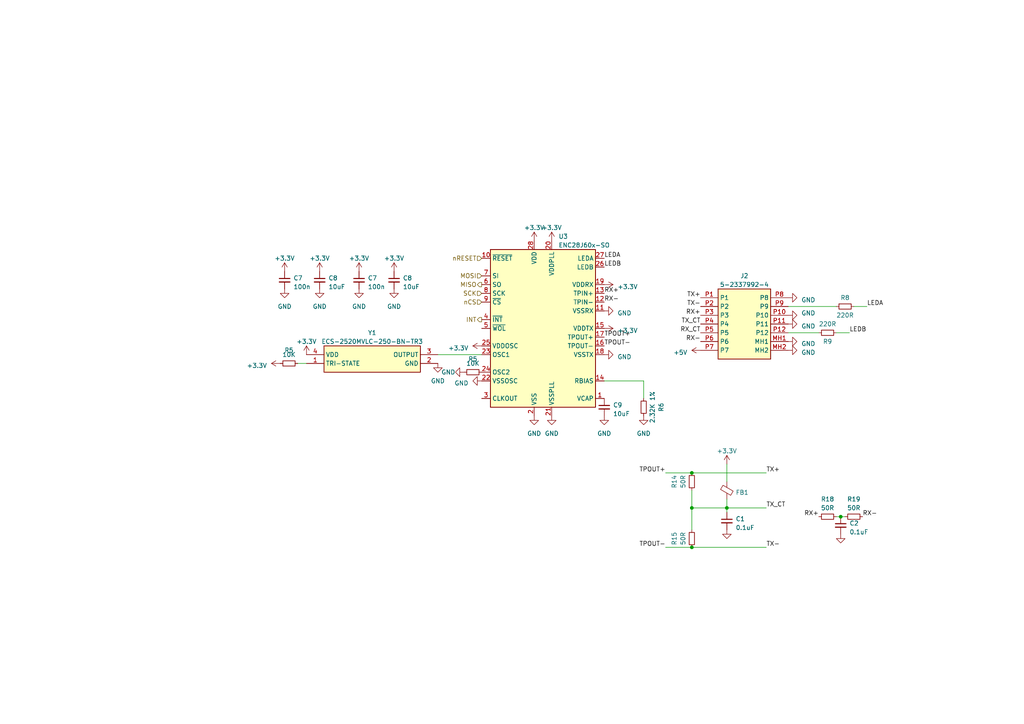
<source format=kicad_sch>
(kicad_sch (version 20230121) (generator eeschema)
  (paper "A4")
  (lib_symbols
    (symbol "Device:C_Small" (pin_numbers hide) (pin_names (offset 0.254) hide)
      (property "Reference" "C" (at 0.254 1.778 0))
      (property "Value" "C_Small" (at 0.254 -2.032 0))
      (symbol "C_Small_0_1"
        (polyline (pts (xy -1.524 -0.508) (xy 1.524 -0.508)) (stroke (width 0.3302)))
        (polyline (pts (xy -1.524 0.508) (xy 1.524 0.508)) (stroke (width 0.3048)))
      )
      (symbol "C_Small_1_1"
        (pin passive line (at 0 2.54 270) (length 2.032) (name "~") (number "1"))
        (pin passive line (at 0 -2.54 90) (length 2.032) (name "~") (number "2"))
      )
    )
    (symbol "Device:FerriteBead_Small" (pin_numbers hide) (pin_names (offset 0))
      (property "Reference" "FB" (at 1.905 1.27 0))
      (property "Value" "FerriteBead_Small" (at 1.905 -1.27 0))
      (symbol "FerriteBead_Small_0_1"
        (polyline (pts (xy 0 -1.27) (xy 0 -0.7874)))
        (polyline (pts (xy 0 0.889) (xy 0 1.2954)))
        (polyline (pts (xy -1.8288 0.2794) (xy -1.1176 1.4986) (xy 1.8288 -0.2032) (xy 1.1176 -1.4224) (xy -1.8288 0.2794)))
      )
      (symbol "FerriteBead_Small_1_1"
        (pin passive line (at 0 2.54 270) (length 1.27) (name "~") (number "1"))
        (pin passive line (at 0 -2.54 90) (length 1.27) (name "~") (number "2"))
      )
    )
    (symbol "Device:R_Small" (pin_numbers hide) (pin_names (offset 0.254) hide)
      (property "Reference" "R" (at 0.762 0.508 0))
      (property "Value" "R_Small" (at 0.762 -1.016 0))
      (symbol "R_Small_0_1"
        (rectangle (start -0.762 1.778) (end 0.762 -1.778) (stroke (width 0.2032)))
      )
      (symbol "R_Small_1_1"
        (pin passive line (at 0 2.54 270) (length 0.762) (name "~") (number "1"))
        (pin passive line (at 0 -2.54 90) (length 0.762) (name "~") (number "2"))
      )
    )
    (symbol "Interface_Ethernet:ENC28J60x-SO"
      (property "Reference" "U" (at -13.97 24.13 0))
      (property "Value" "ENC28J60x-SO" (at 5.08 24.13 0))
      (symbol "ENC28J60x-SO_0_1"
        (rectangle (start -15.24 22.86) (end 15.24 -22.86) (stroke (width 0.254)) (fill (type background)))
      )
      (symbol "ENC28J60x-SO_1_1"
        (pin input line (at 17.78 -20.32 180) (length 2.54) (name "VCAP") (number "1"))
        (pin input line (at -17.78 20.32 0) (length 2.54) (name "~{RESET}") (number "10"))
        (pin power_in line (at 17.78 5.08 180) (length 2.54) (name "VSSRX") (number "11"))
        (pin input line (at 17.78 7.62 180) (length 2.54) (name "TPIN-") (number "12"))
        (pin input line (at 17.78 10.16 180) (length 2.54) (name "TPIN+") (number "13"))
        (pin input line (at 17.78 -15.24 180) (length 2.54) (name "RBIAS") (number "14"))
        (pin power_in line (at 17.78 0 180) (length 2.54) (name "VDDTX") (number "15"))
        (pin output line (at 17.78 -5.08 180) (length 2.54) (name "TPOUT-") (number "16"))
        (pin output line (at 17.78 -2.54 180) (length 2.54) (name "TPOUT+") (number "17"))
        (pin power_in line (at 17.78 -7.62 180) (length 2.54) (name "VSSTX") (number "18"))
        (pin power_in line (at 17.78 12.7 180) (length 2.54) (name "VDDRX") (number "19"))
        (pin power_in line (at -2.54 -25.4 90) (length 2.54) (name "VSS") (number "2"))
        (pin power_in line (at 2.54 25.4 270) (length 2.54) (name "VDDPLL") (number "20"))
        (pin power_in line (at 2.54 -25.4 90) (length 2.54) (name "VSSPLL") (number "21"))
        (pin power_in line (at -17.78 -15.24 0) (length 2.54) (name "VSSOSC") (number "22"))
        (pin input line (at -17.78 -7.62 0) (length 2.54) (name "OSC1") (number "23"))
        (pin input line (at -17.78 -12.7 0) (length 2.54) (name "OSC2") (number "24"))
        (pin power_in line (at -17.78 -5.08 0) (length 2.54) (name "VDDOSC") (number "25"))
        (pin output line (at 17.78 17.78 180) (length 2.54) (name "LEDB") (number "26"))
        (pin output line (at 17.78 20.32 180) (length 2.54) (name "LEDA") (number "27"))
        (pin power_in line (at -2.54 25.4 270) (length 2.54) (name "VDD") (number "28"))
        (pin output line (at -17.78 -20.32 0) (length 2.54) (name "CLKOUT") (number "3"))
        (pin output line (at -17.78 2.54 0) (length 2.54) (name "~{INT}") (number "4"))
        (pin output line (at -17.78 0 0) (length 2.54) (name "~{WOL}") (number "5"))
        (pin output line (at -17.78 12.7 0) (length 2.54) (name "SO") (number "6"))
        (pin input line (at -17.78 15.24 0) (length 2.54) (name "SI") (number "7"))
        (pin input line (at -17.78 10.16 0) (length 2.54) (name "SCK") (number "8"))
        (pin input line (at -17.78 7.62 0) (length 2.54) (name "~{CS}") (number "9"))
      )
    )
    (symbol "SamacSys_Parts:5-2337992-4"
      (property "Reference" "J" (at 21.59 7.62 0))
      (property "Value" "5-2337992-4" (at 21.59 5.08 0))
      (symbol "5-2337992-4_1_1"
        (rectangle (start 5.08 2.54) (end 20.32 -17.78) (stroke (width 0.254)) (fill (type background)))
        (pin passive line (at 25.4 -12.7 180) (length 5.08) (name "MH1") (number "MH1"))
        (pin passive line (at 25.4 -15.24 180) (length 5.08) (name "MH2") (number "MH2"))
        (pin passive line (at 0 0 0) (length 5.08) (name "P1") (number "P1"))
        (pin passive line (at 25.4 -5.08 180) (length 5.08) (name "P10") (number "P10"))
        (pin passive line (at 25.4 -7.62 180) (length 5.08) (name "P11") (number "P11"))
        (pin passive line (at 25.4 -10.16 180) (length 5.08) (name "P12") (number "P12"))
        (pin passive line (at 0 -2.54 0) (length 5.08) (name "P2") (number "P2"))
        (pin passive line (at 0 -5.08 0) (length 5.08) (name "P3") (number "P3"))
        (pin passive line (at 0 -7.62 0) (length 5.08) (name "P4") (number "P4"))
        (pin passive line (at 0 -10.16 0) (length 5.08) (name "P5") (number "P5"))
        (pin passive line (at 0 -12.7 0) (length 5.08) (name "P6") (number "P6"))
        (pin passive line (at 0 -15.24 0) (length 5.08) (name "P7") (number "P7"))
        (pin passive line (at 25.4 0 180) (length 5.08) (name "P8") (number "P8"))
        (pin passive line (at 25.4 -2.54 180) (length 5.08) (name "P9") (number "P9"))
      )
    )
    (symbol "SamacSys_Parts:ECS-2520MVLC-250-BN-TR3"
      (property "Reference" "Y" (at 34.29 7.62 0))
      (property "Value" "ECS-2520MVLC-250-BN-TR3" (at 34.29 5.08 0))
      (symbol "ECS-2520MVLC-250-BN-TR3_1_1"
        (rectangle (start 5.08 2.54) (end 33.02 -5.08) (stroke (width 0.254)) (fill (type background)))
        (pin passive line (at 0 -2.54 0) (length 5.08) (name "TRI-STATE") (number "1"))
        (pin passive line (at 38.1 -2.54 180) (length 5.08) (name "GND") (number "2"))
        (pin passive line (at 38.1 0 180) (length 5.08) (name "OUTPUT") (number "3"))
        (pin passive line (at 0 0 0) (length 5.08) (name "VDD") (number "4"))
      )
    )
    (symbol "power:+3.3V" (power) (pin_names (offset 0))
      (property "Value" "+3.3V" (at 0 3.556 0))
      (symbol "+3.3V_0_1"
        (polyline (pts (xy -0.762 1.27) (xy 0 2.54)))
        (polyline (pts (xy 0 0) (xy 0 2.54)))
        (polyline (pts (xy 0 2.54) (xy 0.762 1.27)))
      )
      (symbol "+3.3V_1_1"
        (pin power_in line (at 0 0 90) (length 0) hide (name "+3.3V") (number "1"))
      )
    )
    (symbol "power:+5V" (power) (pin_names (offset 0))
      (property "Value" "+5V" (at 0 3.556 0))
      (symbol "+5V_0_1"
        (polyline (pts (xy -0.762 1.27) (xy 0 2.54)))
        (polyline (pts (xy 0 0) (xy 0 2.54)))
        (polyline (pts (xy 0 2.54) (xy 0.762 1.27)))
      )
      (symbol "+5V_1_1"
        (pin power_in line (at 0 0 90) (length 0) hide (name "+5V") (number "1"))
      )
    )
    (symbol "power:GND" (power) (pin_names (offset 0))
      (property "Value" "GND" (at 0 -3.81 0))
      (symbol "GND_0_1"
        (polyline (pts (xy 0 0) (xy 0 -1.27) (xy 1.27 -1.27) (xy 0 -2.54) (xy -1.27 -1.27) (xy 0 -1.27)))
      )
      (symbol "GND_1_1"
        (pin power_in line (at 0 0 270) (length 0) hide (name "GND") (number "1"))
      )
    )
  )
  (junction (at 200.66 147.32))
  (junction (at 243.84 149.86))
  (junction (at 200.66 158.75))
  (junction (at 210.82 147.32))
  (junction (at 200.66 137.16))
  (wire (pts (xy 210.82 147.32) (xy 222.25 147.32)))
  (wire (pts (xy 127 102.87) (xy 139.7 102.87)))
  (wire (pts (xy 200.66 158.75) (xy 222.25 158.75)))
  (wire (pts (xy 246.38 96.52) (xy 242.57 96.52)))
  (wire (pts (xy 86.36 105.41) (xy 88.9 105.41)))
  (wire (pts (xy 243.84 149.86) (xy 245.11 149.86)))
  (wire (pts (xy 200.66 147.32) (xy 210.82 147.32)))
  (wire (pts (xy 200.66 137.16) (xy 222.25 137.16)))
  (wire (pts (xy 193.04 137.16) (xy 200.66 137.16)))
  (wire (pts (xy 200.66 147.32) (xy 200.66 153.67)))
  (wire (pts (xy 251.46 88.9) (xy 247.65 88.9)))
  (wire (pts (xy 193.04 158.75) (xy 200.66 158.75)))
  (wire (pts (xy 210.82 148.59) (xy 210.82 147.32)))
  (wire (pts (xy 242.57 149.86) (xy 243.84 149.86)))
  (wire (pts (xy 237.49 96.52) (xy 228.6 96.52)))
  (wire (pts (xy 186.69 110.49) (xy 175.26 110.49)))
  (wire (pts (xy 242.57 88.9) (xy 228.6 88.9)))
  (wire (pts (xy 200.66 142.24) (xy 200.66 147.32)))
  (wire (pts (xy 186.69 115.57) (xy 186.69 110.49)))
  (wire (pts (xy 210.82 134.62) (xy 210.82 139.7)))
  (wire (pts (xy 210.82 144.78) (xy 210.82 147.32)))
  (label "RX+" (at 203.2 91.44 180))
  (label "TPOUT+" (at 193.04 137.16 180))
  (label "RX+" (at 237.49 149.86 180))
  (label "RX-" (at 203.2 99.06 180))
  (label "RX_CT" (at 203.2 96.52 180))
  (label "RX-" (at 250.19 149.86 0))
  (label "TX+" (at 203.2 86.36 180))
  (label "RX+" (at 175.26 85.09 0))
  (label "TX_CT" (at 222.25 147.32 0))
  (label "TPOUT-" (at 175.26 100.33 0))
  (label "LEDA" (at 251.46 88.9 0))
  (label "LEDA" (at 175.26 74.93 0))
  (label "LEDB" (at 175.26 77.47 0))
  (label "TX_CT" (at 203.2 93.98 180))
  (label "TX-" (at 203.2 88.9 180))
  (label "TX+" (at 222.25 137.16 0))
  (label "RX-" (at 175.26 87.63 0))
  (label "LEDB" (at 246.38 96.52 0))
  (label "TPOUT-" (at 193.04 158.75 180))
  (label "TX-" (at 222.25 158.75 0))
  (label "TPOUT+" (at 175.26 97.79 0))
  (hierarchical_label "MOSI" (shape input) (at 139.7 80.01 180))
  (hierarchical_label "nCS" (shape input) (at 139.7 87.63 180))
  (hierarchical_label "SCK" (shape input) (at 139.7 85.09 180))
  (hierarchical_label "INT" (shape output) (at 139.7 92.71 180))
  (hierarchical_label "MISO" (shape output) (at 139.7 82.55 180))
  (hierarchical_label "nRESET" (shape input) (at 139.7 74.93 180))
  (symbol (lib_id "power:+3.3V") (at 104.14 78.74 0) (unit 1)
    (property "Reference" "#PWR039" (effects hide))
    (property "Value" "+3.3V" (at 104.14 74.93 0))
    (instances (project "armatron_control_panel" (path "" (reference "#PWR039") (unit 1)) (path "" (reference "#PWR039") (unit 1))) (project "armatron_power_board" (path "" (reference "#PWR0126") (unit 1))))
  )
  (symbol (lib_id "SamacSys_Parts:5-2337992-4") (at 203.2 86.36 0) (unit 1)
    (property "Reference" "J2" (at 215.9 80.01 0))
    (property "Value" "5-2337992-4" (at 215.9 82.55 0))
    (property "Footprint" "523379924" (effects hide))
    (property "Datasheet" "https://componentsearchengine.com/Datasheets/1/5-2337992-4.pdf" (effects hide))
    (property "Height" "13.7" (effects hide))
    (property "Mouser Part Number" "571-5-2337992-4" (effects hide))
    (property "Mouser Price/Stock" "https://www.mouser.co.uk/ProductDetail/TE-Connectivity/5-2337992-4?qs=l4Gc20tDgJLHtal8kumJHQ%3D%3D" (effects hide))
    (property "Manufacturer_Name" "TE Connectivity" (effects hide))
    (property "Manufacturer_Part_Number" "5-2337992-4" (effects hide))
  )
  (symbol (lib_id "Device:C_Small") (at 243.84 152.4 0) (unit 1)
    (property "Reference" "C2" (at 246.38 151.7713 0) (effects (justify left)))
    (property "Value" "0.1uF" (at 246.38 154.3113 0) (effects (justify left)))
    (property "Footprint" "Capacitor_SMD:C_0805_2012Metric_Pad1.18x1.45mm_HandSolder" (effects hide))
    (instances (project "armatron_control_panel" (path "" (reference "C2") (unit 1))) (project "armatron_power_board" (path "" (reference "C14") (unit 1))))
  )
  (symbol (lib_id "Device:R_Small") (at 240.03 96.52 90) (unit 1)
    (property "Reference" "R9" (at 240.03 99.06 90))
    (property "Value" "220R" (at 240.03 93.98 90))
    (property "Footprint" "Resistor_SMD:R_0805_2012Metric_Pad1.20x1.40mm_HandSolder" (effects hide))
    (instances (project "armatron_control_panel" (path "" (reference "R9") (unit 1)) (path "" (reference "R2") (unit 1))) (project "armatron_power_board" (path "" (reference "R33") (unit 1))))
  )
  (symbol (lib_id "power:GND") (at 160.02 120.65 0) (unit 1)
    (property "Reference" "#PWR050" (effects hide))
    (property "Value" "GND" (at 160.02 125.73 0))
    (instances (project "armatron_control_panel" (path "" (reference "#PWR050") (unit 1)) (path "" (reference "#PWR050") (unit 1))) (project "armatron_power_board" (path "" (reference "#PWR0104") (unit 1))))
  )
  (symbol (lib_id "power:GND") (at 228.6 93.98 90) (unit 1)
    (property "Reference" "#PWR06" (effects hide))
    (property "Value" "GND" (at 232.41 94.615 90) (effects (justify right)))
  )
  (symbol (lib_id "power:+3.3V") (at 139.7 100.33 90) (unit 1)
    (property "Reference" "#PWR045" (effects hide))
    (property "Value" "+3.3V" (at 135.89 100.965 90) (effects (justify left)))
    (instances (project "armatron_control_panel" (path "" (reference "#PWR045") (unit 1)) (path "" (reference "#PWR045") (unit 1))) (project "armatron_power_board" (path "" (reference "#PWR082") (unit 1))))
  )
  (symbol (lib_id "Device:R_Small") (at 186.69 118.11 0) (unit 1)
    (property "Reference" "R6" (at 191.77 118.11 90))
    (property "Value" "2.32K 1%" (at 189.23 118.11 90))
    (property "Footprint" "Resistor_SMD:R_0805_2012Metric_Pad1.20x1.40mm_HandSolder" (effects hide))
    (instances (project "armatron_control_panel" (path "" (reference "R6") (unit 1)) (path "" (reference "R6") (unit 1))) (project "armatron_power_board" (path "" (reference "R24") (unit 1))))
  )
  (symbol (lib_id "power:GND") (at 210.82 153.67 0) (unit 1)
    (property "Reference" "#PWR083" (effects hide))
    (property "Value" "GND" (effects hide))
    (instances (project "armatron_control_panel" (path "" (reference "#PWR083") (unit 1))) (project "armatron_power_board" (path "" (reference "#PWR0107") (unit 1))))
  )
  (symbol (lib_id "SamacSys_Parts:ECS-2520MVLC-250-BN-TR3") (at 88.9 102.87 0) (unit 1)
    (property "Reference" "Y1" (at 107.95 96.52 0))
    (property "Value" "ECS-2520MVLC-250-BN-TR3" (at 107.95 99.06 0))
    (property "Footprint" "SamacSys_Parts:ECS2520MVLC250BNTR3" (effects hide))
    (property "Datasheet" "https://ecsxtal.com/store/pdf/ECS-2520MVLC.pdf" (effects hide))
    (property "Height" "0.9" (effects hide))
    (property "Mouser Part Number" "520-2520MVLC250BNTR3" (effects hide))
    (property "Mouser Price/Stock" "https://www.mouser.co.uk/ProductDetail/ECS/ECS-2520MVLC-250-BN-TR3?qs=vvQtp7zwQdMXGJK%252BWBIi5A%3D%3D" (effects hide))
    (property "Manufacturer_Name" "ECS" (effects hide))
    (property "Manufacturer_Part_Number" "ECS-2520MVLC-250-BN-TR3" (effects hide))
    (instances (project "armatron_control_panel" (path "" (reference "Y1") (unit 1)) (path "" (reference "Y1") (unit 1))) (project "armatron_power_board" (path "" (reference "Y2") (unit 1))))
  )
  (symbol (lib_id "Device:R_Small") (at 247.65 149.86 90) (unit 1)
    (property "Reference" "R19" (at 247.65 144.78 90))
    (property "Value" "50R" (at 247.65 147.32 90))
    (property "Footprint" "Resistor_SMD:R_0805_2012Metric_Pad1.20x1.40mm_HandSolder" (effects hide))
    (instances (project "armatron_control_panel" (path "" (reference "R19") (unit 1))) (project "armatron_power_board" (path "" (reference "R68") (unit 1))))
  )
  (symbol (lib_id "power:+3.3V") (at 154.94 69.85 0) (unit 1)
    (property "Reference" "#PWR047" (effects hide))
    (property "Value" "+3.3V" (at 154.94 66.04 0))
    (instances (project "armatron_control_panel" (path "" (reference "#PWR047") (unit 1)) (path "" (reference "#PWR047") (unit 1))) (project "armatron_power_board" (path "" (reference "#PWR097") (unit 1))))
  )
  (symbol (lib_id "power:GND") (at 127 105.41 0) (unit 1)
    (property "Reference" "#PWR043" (effects hide))
    (property "Value" "GND" (at 127 110.49 0))
    (instances (project "armatron_control_panel" (path "" (reference "#PWR043") (unit 1)) (path "" (reference "#PWR043") (unit 1))) (project "armatron_power_board" (path "" (reference "#PWR0115") (unit 1))))
  )
  (symbol (lib_id "Device:R_Small") (at 137.16 107.95 90) (unit 1)
    (property "Reference" "R5" (at 137.16 104.14 90))
    (property "Value" "10K" (at 137.16 105.41 90))
    (property "Footprint" "Resistor_SMD:R_0805_2012Metric_Pad1.20x1.40mm_HandSolder" (effects hide))
    (instances (project "armatron_control_panel" (path "" (reference "R5") (unit 1)) (path "" (reference "R5") (unit 1))) (project "armatron_power_board" (path "" (reference "R69") (unit 1))))
  )
  (symbol (lib_id "power:+3.3V") (at 175.26 95.25 270) (unit 1)
    (property "Reference" "#PWR053" (effects hide))
    (property "Value" "+3.3V" (at 179.07 95.885 90) (effects (justify left)))
    (instances (project "armatron_control_panel" (path "" (reference "#PWR053") (unit 1)) (path "" (reference "#PWR053") (unit 1))) (project "armatron_power_board" (path "" (reference "#PWR074") (unit 1))))
  )
  (symbol (lib_id "Device:C_Small") (at 82.55 81.28 0) (unit 1)
    (property "Reference" "C7" (at 85.09 80.6513 0) (effects (justify left)))
    (property "Value" "100n" (at 85.09 83.1913 0) (effects (justify left)))
    (property "Footprint" "Capacitor_SMD:C_0805_2012Metric_Pad1.18x1.45mm_HandSolder" (effects hide))
    (instances (project "armatron_control_panel" (path "" (reference "C7") (unit 1)) (path "" (reference "C3") (unit 1))) (project "armatron_power_board" (path "" (reference "C18") (unit 1))))
  )
  (symbol (lib_id "power:+3.3V") (at 114.3 78.74 0) (unit 1)
    (property "Reference" "#PWR041" (effects hide))
    (property "Value" "+3.3V" (at 114.3 74.93 0))
    (instances (project "armatron_control_panel" (path "" (reference "#PWR041") (unit 1)) (path "" (reference "#PWR041") (unit 1))) (project "armatron_power_board" (path "" (reference "#PWR0124") (unit 1))))
  )
  (symbol (lib_id "Device:R_Small") (at 245.11 88.9 90) (mirror x) (unit 1)
    (property "Reference" "R8" (at 245.11 86.36 90))
    (property "Value" "220R" (at 245.11 91.44 90))
    (property "Footprint" "Resistor_SMD:R_0805_2012Metric_Pad1.20x1.40mm_HandSolder" (effects hide))
    (instances (project "armatron_control_panel" (path "" (reference "R8") (unit 1)) (path "" (reference "R1") (unit 1))) (project "armatron_power_board" (path "" (reference "R25") (unit 1))))
  )
  (symbol (lib_id "power:+3.3V") (at 81.28 105.41 90) (unit 1)
    (property "Reference" "#PWR039" (effects hide))
    (property "Value" "+3.3V" (at 77.47 106.045 90) (effects (justify left)))
    (instances (project "armatron_control_panel" (path "" (reference "#PWR039") (unit 1)) (path "" (reference "#PWR0131") (unit 1))) (project "armatron_power_board" (path "" (reference "#PWR0126") (unit 1))))
  )
  (symbol (lib_id "Device:R_Small") (at 240.03 149.86 90) (unit 1)
    (property "Reference" "R18" (at 240.03 144.78 90))
    (property "Value" "50R" (at 240.03 147.32 90))
    (property "Footprint" "Resistor_SMD:R_0805_2012Metric_Pad1.20x1.40mm_HandSolder" (effects hide))
    (instances (project "armatron_control_panel" (path "" (reference "R18") (unit 1))) (project "armatron_power_board" (path "" (reference "R67") (unit 1))))
  )
  (symbol (lib_id "Device:C_Small") (at 104.14 81.28 0) (unit 1)
    (property "Reference" "C7" (at 106.68 80.6513 0) (effects (justify left)))
    (property "Value" "100n" (at 106.68 83.1913 0) (effects (justify left)))
    (property "Footprint" "Capacitor_SMD:C_0805_2012Metric_Pad1.18x1.45mm_HandSolder" (effects hide))
    (instances (project "armatron_control_panel" (path "" (reference "C7") (unit 1)) (path "" (reference "C7") (unit 1))) (project "armatron_power_board" (path "" (reference "C18") (unit 1))))
  )
  (symbol (lib_id "power:+3.3V") (at 92.71 78.74 0) (unit 1)
    (property "Reference" "#PWR041" (effects hide))
    (property "Value" "+3.3V" (at 92.71 74.93 0))
    (instances (project "armatron_control_panel" (path "" (reference "#PWR041") (unit 1)) (path "" (reference "#PWR011") (unit 1))) (project "armatron_power_board" (path "" (reference "#PWR0124") (unit 1))))
  )
  (symbol (lib_id "Device:C_Small") (at 175.26 118.11 0) (unit 1)
    (property "Reference" "C9" (at 177.8 117.4813 0) (effects (justify left)))
    (property "Value" "10uF" (at 177.8 120.0213 0) (effects (justify left)))
    (property "Footprint" "Capacitor_SMD:C_0805_2012Metric_Pad1.18x1.45mm_HandSolder" (effects hide))
    (instances (project "armatron_control_panel" (path "" (reference "C9") (unit 1)) (path "" (reference "C9") (unit 1))) (project "armatron_power_board" (path "" (reference "C12") (unit 1))))
  )
  (symbol (lib_id "Device:R_Small") (at 200.66 139.7 180) (unit 1)
    (property "Reference" "R14" (at 195.58 139.7 90))
    (property "Value" "50R" (at 198.12 139.7 90))
    (property "Footprint" "Resistor_SMD:R_0805_2012Metric_Pad1.20x1.40mm_HandSolder" (effects hide))
    (instances (project "armatron_control_panel" (path "" (reference "R14") (unit 1))) (project "armatron_power_board" (path "" (reference "R36") (unit 1))))
  )
  (symbol (lib_id "power:GND") (at 228.6 91.44 90) (mirror x) (unit 1)
    (property "Reference" "#PWR05" (effects hide))
    (property "Value" "GND" (at 232.41 90.805 90) (effects (justify right)))
  )
  (symbol (lib_id "power:GND") (at 186.69 120.65 0) (unit 1)
    (property "Reference" "#PWR056" (effects hide))
    (property "Value" "GND" (at 186.69 125.73 0))
    (instances (project "armatron_control_panel" (path "" (reference "#PWR056") (unit 1)) (path "" (reference "#PWR056") (unit 1))) (project "armatron_power_board" (path "" (reference "#PWR099") (unit 1))))
  )
  (symbol (lib_id "power:GND") (at 175.26 90.17 90) (unit 1)
    (property "Reference" "#PWR052" (effects hide))
    (property "Value" "GND" (at 179.07 90.805 90) (effects (justify right)))
    (instances (project "armatron_control_panel" (path "" (reference "#PWR052") (unit 1)) (path "" (reference "#PWR052") (unit 1))) (project "armatron_power_board" (path "" (reference "#PWR0110") (unit 1))))
  )
  (symbol (lib_id "Device:FerriteBead_Small") (at 210.82 142.24 0) (unit 1)
    (property "Reference" "FB1" (at 213.36 142.8369 0) (effects (justify left)))
    (property "Value" "FerriteBead_Small" (effects hide))
    (property "Footprint" "Inductor_SMD:L_0805_2012Metric_Pad1.05x1.20mm_HandSolder" (effects hide))
  )
  (symbol (lib_id "power:GND") (at 104.14 83.82 0) (unit 1)
    (property "Reference" "#PWR040" (effects hide))
    (property "Value" "GND" (at 104.14 88.9 0))
    (instances (project "armatron_control_panel" (path "" (reference "#PWR040") (unit 1)) (path "" (reference "#PWR040") (unit 1))) (project "armatron_power_board" (path "" (reference "#PWR0127") (unit 1))))
  )
  (symbol (lib_id "Device:R_Small") (at 200.66 156.21 180) (unit 1)
    (property "Reference" "R15" (at 195.58 156.21 90))
    (property "Value" "50R" (at 198.12 156.21 90))
    (property "Footprint" "Resistor_SMD:R_0805_2012Metric_Pad1.20x1.40mm_HandSolder" (effects hide))
    (instances (project "armatron_control_panel" (path "" (reference "R15") (unit 1))) (project "armatron_power_board" (path "" (reference "R61") (unit 1))))
  )
  (symbol (lib_id "power:+3.3V") (at 160.02 69.85 0) (unit 1)
    (property "Reference" "#PWR049" (effects hide))
    (property "Value" "+3.3V" (at 160.02 66.04 0))
    (instances (project "armatron_control_panel" (path "" (reference "#PWR049") (unit 1)) (path "" (reference "#PWR049") (unit 1))) (project "armatron_power_board" (path "" (reference "#PWR098") (unit 1))))
  )
  (symbol (lib_id "power:GND") (at 134.62 107.95 270) (unit 1)
    (property "Reference" "#PWR044" (effects hide))
    (property "Value" "GND" (at 132.08 107.95 90) (effects (justify right)))
    (instances (project "armatron_control_panel" (path "" (reference "#PWR044") (unit 1)) (path "" (reference "#PWR044") (unit 1))) (project "armatron_power_board" (path "" (reference "#PWR0117") (unit 1))))
  )
  (symbol (lib_id "Device:C_Small") (at 114.3 81.28 0) (unit 1)
    (property "Reference" "C8" (at 116.84 80.6513 0) (effects (justify left)))
    (property "Value" "10uF" (at 116.84 83.1913 0) (effects (justify left)))
    (property "Footprint" "Capacitor_SMD:C_0805_2012Metric_Pad1.18x1.45mm_HandSolder" (effects hide))
    (instances (project "armatron_control_panel" (path "" (reference "C8") (unit 1)) (path "" (reference "C8") (unit 1))) (project "armatron_power_board" (path "" (reference "C17") (unit 1))))
  )
  (symbol (lib_id "power:GND") (at 139.7 110.49 270) (unit 1)
    (property "Reference" "#PWR046" (effects hide))
    (property "Value" "GND" (at 135.89 111.125 90) (effects (justify right)))
    (instances (project "armatron_control_panel" (path "" (reference "#PWR046") (unit 1)) (path "" (reference "#PWR046") (unit 1))) (project "armatron_power_board" (path "" (reference "#PWR0105") (unit 1))))
  )
  (symbol (lib_id "power:GND") (at 92.71 83.82 0) (unit 1)
    (property "Reference" "#PWR042" (effects hide))
    (property "Value" "GND" (at 92.71 88.9 0))
    (instances (project "armatron_control_panel" (path "" (reference "#PWR042") (unit 1)) (path "" (reference "#PWR012") (unit 1))) (project "armatron_power_board" (path "" (reference "#PWR0125") (unit 1))))
  )
  (symbol (lib_id "power:GND") (at 228.6 99.06 90) (unit 1)
    (property "Reference" "#PWR07" (effects hide))
    (property "Value" "GND" (at 232.41 99.695 90) (effects (justify right)))
  )
  (symbol (lib_id "power:GND") (at 154.94 120.65 0) (unit 1)
    (property "Reference" "#PWR048" (effects hide))
    (property "Value" "GND" (at 154.94 125.73 0))
    (instances (project "armatron_control_panel" (path "" (reference "#PWR048") (unit 1)) (path "" (reference "#PWR048") (unit 1))) (project "armatron_power_board" (path "" (reference "#PWR0103") (unit 1))))
  )
  (symbol (lib_id "power:GND") (at 228.6 101.6 90) (unit 1)
    (property "Reference" "#PWR08" (effects hide))
    (property "Value" "GND" (at 232.41 102.235 90) (effects (justify right)))
  )
  (symbol (lib_id "power:GND") (at 228.6 86.36 90) (unit 1)
    (property "Reference" "#PWR04" (effects hide))
    (property "Value" "GND" (at 232.41 86.995 90) (effects (justify right)))
  )
  (symbol (lib_id "power:GND") (at 114.3 83.82 0) (unit 1)
    (property "Reference" "#PWR042" (effects hide))
    (property "Value" "GND" (at 114.3 88.9 0))
    (instances (project "armatron_control_panel" (path "" (reference "#PWR042") (unit 1)) (path "" (reference "#PWR042") (unit 1))) (project "armatron_power_board" (path "" (reference "#PWR0125") (unit 1))))
  )
  (symbol (lib_id "power:+3.3V") (at 82.55 78.74 0) (unit 1)
    (property "Reference" "#PWR039" (effects hide))
    (property "Value" "+3.3V" (at 82.55 74.93 0))
    (instances (project "armatron_control_panel" (path "" (reference "#PWR039") (unit 1)) (path "" (reference "#PWR09") (unit 1))) (project "armatron_power_board" (path "" (reference "#PWR0126") (unit 1))))
  )
  (symbol (lib_id "power:+5V") (at 203.2 101.6 90) (unit 1)
    (property "Reference" "#PWR036" (effects hide))
    (property "Value" "+5V" (at 199.39 102.235 90) (effects (justify left)))
    (instances (project "armatron_control_panel" (path "" (reference "#PWR036") (unit 1)) (path "" (reference "#PWR03") (unit 1))) (project "armatron_power_board" (path "" (reference "#PWR0129") (unit 1))))
  )
  (symbol (lib_id "power:+3.3V") (at 175.26 82.55 270) (unit 1)
    (property "Reference" "#PWR051" (effects hide))
    (property "Value" "+3.3V" (at 179.07 83.185 90) (effects (justify left)))
    (instances (project "armatron_control_panel" (path "" (reference "#PWR051") (unit 1)) (path "" (reference "#PWR051") (unit 1))) (project "armatron_power_board" (path "" (reference "#PWR073") (unit 1))))
  )
  (symbol (lib_id "Interface_Ethernet:ENC28J60x-SO") (at 157.48 95.25 0) (unit 1)
    (property "Reference" "U3" (at 161.9759 68.58 0) (effects (justify left)))
    (property "Value" "ENC28J60x-SO" (at 161.9759 71.12 0) (effects (justify left)))
    (property "Footprint" "Package_SO:SOIC-28W_7.5x17.9mm_P1.27mm" (effects hide))
    (property "Datasheet" "http://ww1.microchip.com/downloads/en/devicedoc/39662e.pdf" (effects hide))
    (instances (project "armatron_control_panel" (path "" (reference "U3") (unit 1)) (path "" (reference "U3") (unit 1))) (project "armatron_power_board" (path "" (reference "U9") (unit 1))))
  )
  (symbol (lib_id "Device:C_Small") (at 210.82 151.13 0) (unit 1)
    (property "Reference" "C1" (at 213.36 150.5013 0) (effects (justify left)))
    (property "Value" "0.1uF" (at 213.36 153.0413 0) (effects (justify left)))
    (property "Footprint" "Capacitor_SMD:C_0805_2012Metric_Pad1.18x1.45mm_HandSolder" (effects hide))
    (instances (project "armatron_control_panel" (path "" (reference "C1") (unit 1))) (project "armatron_power_board" (path "" (reference "C14") (unit 1))))
  )
  (symbol (lib_id "power:GND") (at 243.84 154.94 0) (unit 1)
    (property "Reference" "#PWR084" (effects hide))
    (property "Value" "GND" (effects hide))
    (instances (project "armatron_control_panel" (path "" (reference "#PWR084") (unit 1))) (project "armatron_power_board" (path "" (reference "#PWR0108") (unit 1))))
  )
  (symbol (lib_id "power:GND") (at 175.26 120.65 0) (unit 1)
    (property "Reference" "#PWR055" (effects hide))
    (property "Value" "GND" (at 175.26 125.73 0))
    (instances (project "armatron_control_panel" (path "" (reference "#PWR055") (unit 1)) (path "" (reference "#PWR055") (unit 1))) (project "armatron_power_board" (path "" (reference "#PWR0102") (unit 1))))
  )
  (symbol (lib_id "power:+3.3V") (at 210.82 134.62 0) (unit 1)
    (property "Reference" "#PWR051" (effects hide))
    (property "Value" "+3.3V" (at 210.82 130.81 0))
    (instances (project "armatron_control_panel" (path "" (reference "#PWR051") (unit 1)) (path "" (reference "#PWR02") (unit 1))) (project "armatron_power_board" (path "" (reference "#PWR073") (unit 1))))
  )
  (symbol (lib_id "Device:C_Small") (at 92.71 81.28 0) (unit 1)
    (property "Reference" "C8" (at 95.25 80.6513 0) (effects (justify left)))
    (property "Value" "10uF" (at 95.25 83.1913 0) (effects (justify left)))
    (property "Footprint" "Capacitor_SMD:C_0805_2012Metric_Pad1.18x1.45mm_HandSolder" (effects hide))
    (instances (project "armatron_control_panel" (path "" (reference "C8") (unit 1)) (path "" (reference "C4") (unit 1))) (project "armatron_power_board" (path "" (reference "C17") (unit 1))))
  )
  (symbol (lib_id "Device:R_Small") (at 83.82 105.41 90) (unit 1)
    (property "Reference" "R5" (at 83.82 101.6 90))
    (property "Value" "10K" (at 83.82 102.87 90))
    (property "Footprint" "Resistor_SMD:R_0805_2012Metric_Pad1.20x1.40mm_HandSolder" (effects hide))
    (instances (project "armatron_control_panel" (path "" (reference "R5") (unit 1)) (path "" (reference "R37") (unit 1))) (project "armatron_power_board" (path "" (reference "R69") (unit 1))))
  )
  (symbol (lib_id "power:GND") (at 175.26 102.87 90) (unit 1)
    (property "Reference" "#PWR054" (effects hide))
    (property "Value" "GND" (at 179.07 103.505 90) (effects (justify right)))
    (instances (project "armatron_control_panel" (path "" (reference "#PWR054") (unit 1)) (path "" (reference "#PWR054") (unit 1))) (project "armatron_power_board" (path "" (reference "#PWR0109") (unit 1))))
  )
  (symbol (lib_id "power:GND") (at 82.55 83.82 0) (unit 1)
    (property "Reference" "#PWR040" (effects hide))
    (property "Value" "GND" (at 82.55 88.9 0))
    (instances (project "armatron_control_panel" (path "" (reference "#PWR040") (unit 1)) (path "" (reference "#PWR010") (unit 1))) (project "armatron_power_board" (path "" (reference "#PWR0127") (unit 1))))
  )
  (symbol (lib_id "power:+3.3V") (at 88.9 102.87 0) (unit 1)
    (property "Reference" "#PWR038" (effects hide))
    (property "Value" "+3.3V" (at 88.9 99.06 0))
    (instances (project "armatron_control_panel" (path "" (reference "#PWR038") (unit 1)) (path "" (reference "#PWR038") (unit 1))) (project "armatron_power_board" (path "" (reference "#PWR0116") (unit 1))))
  )
)
</source>
